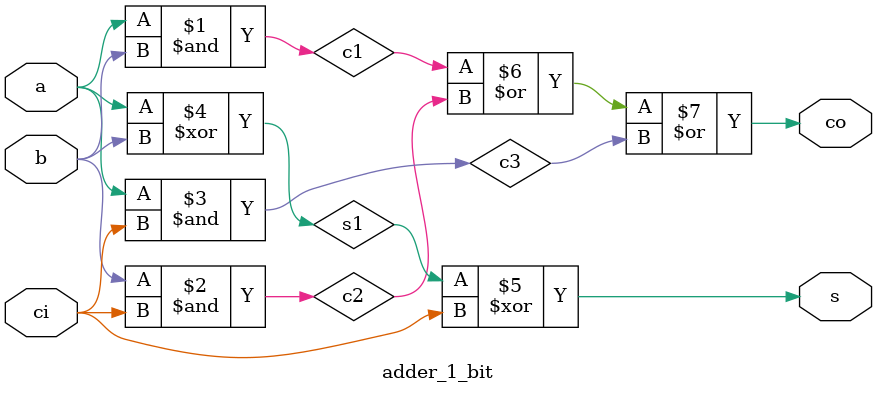
<source format=v>
module adder_1_bit(
    input wire a,
    input wire b,
    input wire ci,
    output wire s,
    output wire co
);
    and (c1, a, b), (c2, b, ci), (c3, a, ci);
    xor (s1, a, b), (s, s1, ci);
    or (co, c1, c2, c3);

endmodule




</source>
